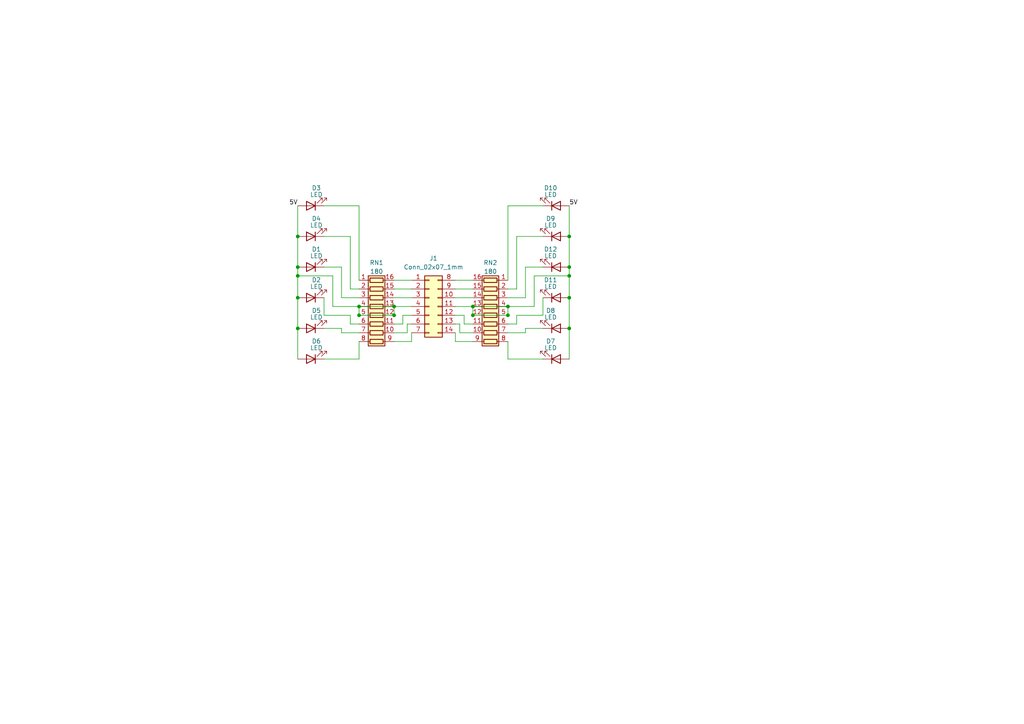
<source format=kicad_sch>
(kicad_sch (version 20230121) (generator eeschema)
  (paper "A4")
  (lib_symbols
    (symbol "Connector_Generic:Conn_02x07_Top_Bottom" (pin_names (offset 1.016) hide)
      (property "Reference" "J" (at 1.27 10.16 0))
      (property "Value" "Conn_02x07_Top_Bottom" (at 1.27 -10.16 0))
      (symbol "Conn_02x07_Top_Bottom_1_1"
        (rectangle (start -1.27 -7.493) (end 0 -7.747) (stroke (width 0.1524)))
        (rectangle (start -1.27 -4.953) (end 0 -5.207) (stroke (width 0.1524)))
        (rectangle (start -1.27 -2.413) (end 0 -2.667) (stroke (width 0.1524)))
        (rectangle (start -1.27 0.127) (end 0 -0.127) (stroke (width 0.1524)))
        (rectangle (start -1.27 2.667) (end 0 2.413) (stroke (width 0.1524)))
        (rectangle (start -1.27 5.207) (end 0 4.953) (stroke (width 0.1524)))
        (rectangle (start -1.27 7.747) (end 0 7.493) (stroke (width 0.1524)))
        (rectangle (start -1.27 8.89) (end 3.81 -8.89) (stroke (width 0.254)) (fill (type background)))
        (rectangle (start 3.81 -7.493) (end 2.54 -7.747) (stroke (width 0.1524)))
        (rectangle (start 3.81 -4.953) (end 2.54 -5.207) (stroke (width 0.1524)))
        (rectangle (start 3.81 -2.413) (end 2.54 -2.667) (stroke (width 0.1524)))
        (rectangle (start 3.81 0.127) (end 2.54 -0.127) (stroke (width 0.1524)))
        (rectangle (start 3.81 2.667) (end 2.54 2.413) (stroke (width 0.1524)))
        (rectangle (start 3.81 5.207) (end 2.54 4.953) (stroke (width 0.1524)))
        (rectangle (start 3.81 7.747) (end 2.54 7.493) (stroke (width 0.1524)))
        (pin passive line (at -5.08 7.62 0) (length 3.81) (name "Pin_1") (number "1"))
        (pin passive line (at 7.62 2.54 180) (length 3.81) (name "Pin_10") (number "10"))
        (pin passive line (at 7.62 0 180) (length 3.81) (name "Pin_11") (number "11"))
        (pin passive line (at 7.62 -2.54 180) (length 3.81) (name "Pin_12") (number "12"))
        (pin passive line (at 7.62 -5.08 180) (length 3.81) (name "Pin_13") (number "13"))
        (pin passive line (at 7.62 -7.62 180) (length 3.81) (name "Pin_14") (number "14"))
        (pin passive line (at -5.08 5.08 0) (length 3.81) (name "Pin_2") (number "2"))
        (pin passive line (at -5.08 2.54 0) (length 3.81) (name "Pin_3") (number "3"))
        (pin passive line (at -5.08 0 0) (length 3.81) (name "Pin_4") (number "4"))
        (pin passive line (at -5.08 -2.54 0) (length 3.81) (name "Pin_5") (number "5"))
        (pin passive line (at -5.08 -5.08 0) (length 3.81) (name "Pin_6") (number "6"))
        (pin passive line (at -5.08 -7.62 0) (length 3.81) (name "Pin_7") (number "7"))
        (pin passive line (at 7.62 7.62 180) (length 3.81) (name "Pin_8") (number "8"))
        (pin passive line (at 7.62 5.08 180) (length 3.81) (name "Pin_9") (number "9"))
      )
    )
    (symbol "Device:LED" (pin_numbers hide) (pin_names (offset 1.016) hide)
      (property "Reference" "D" (at 0 2.54 0))
      (property "Value" "LED" (at 0 -2.54 0))
      (symbol "LED_0_1"
        (polyline (pts (xy -1.27 -1.27) (xy -1.27 1.27)) (stroke (width 0.254)))
        (polyline (pts (xy -1.27 0) (xy 1.27 0)))
        (polyline (pts (xy 1.27 -1.27) (xy 1.27 1.27) (xy -1.27 0) (xy 1.27 -1.27)) (stroke (width 0.254)))
        (polyline (pts (xy -3.048 -0.762) (xy -4.572 -2.286) (xy -3.81 -2.286) (xy -4.572 -2.286) (xy -4.572 -1.524)))
        (polyline (pts (xy -1.778 -0.762) (xy -3.302 -2.286) (xy -2.54 -2.286) (xy -3.302 -2.286) (xy -3.302 -1.524)))
      )
      (symbol "LED_1_1"
        (pin passive line (at -3.81 0 0) (length 2.54) (name "K") (number "1"))
        (pin passive line (at 3.81 0 180) (length 2.54) (name "A") (number "2"))
      )
    )
    (symbol "Device:R_Pack08" (pin_names (offset 0) hide)
      (property "Reference" "RN" (at -12.7 0 90))
      (property "Value" "R_Pack08" (at 10.16 0 90))
      (symbol "R_Pack08_0_1"
        (rectangle (start -11.43 -2.413) (end 8.89 2.413) (stroke (width 0.254)) (fill (type background)))
        (rectangle (start -10.795 1.905) (end -9.525 -1.905) (stroke (width 0.254)))
        (rectangle (start -8.255 1.905) (end -6.985 -1.905) (stroke (width 0.254)))
        (rectangle (start -5.715 1.905) (end -4.445 -1.905) (stroke (width 0.254)))
        (rectangle (start -3.175 1.905) (end -1.905 -1.905) (stroke (width 0.254)))
        (rectangle (start -0.635 1.905) (end 0.635 -1.905) (stroke (width 0.254)))
        (polyline (pts (xy -10.16 -2.54) (xy -10.16 -1.905)))
        (polyline (pts (xy -10.16 1.905) (xy -10.16 2.54)))
        (polyline (pts (xy -7.62 -2.54) (xy -7.62 -1.905)))
        (polyline (pts (xy -7.62 1.905) (xy -7.62 2.54)))
        (polyline (pts (xy -5.08 -2.54) (xy -5.08 -1.905)))
        (polyline (pts (xy -5.08 1.905) (xy -5.08 2.54)))
        (polyline (pts (xy -2.54 -2.54) (xy -2.54 -1.905)))
        (polyline (pts (xy -2.54 1.905) (xy -2.54 2.54)))
        (polyline (pts (xy 0 -2.54) (xy 0 -1.905)))
        (polyline (pts (xy 0 1.905) (xy 0 2.54)))
        (polyline (pts (xy 2.54 -2.54) (xy 2.54 -1.905)))
        (polyline (pts (xy 2.54 1.905) (xy 2.54 2.54)))
        (polyline (pts (xy 5.08 -2.54) (xy 5.08 -1.905)))
        (polyline (pts (xy 5.08 1.905) (xy 5.08 2.54)))
        (polyline (pts (xy 7.62 -2.54) (xy 7.62 -1.905)))
        (polyline (pts (xy 7.62 1.905) (xy 7.62 2.54)))
        (rectangle (start 1.905 1.905) (end 3.175 -1.905) (stroke (width 0.254)))
        (rectangle (start 4.445 1.905) (end 5.715 -1.905) (stroke (width 0.254)))
        (rectangle (start 6.985 1.905) (end 8.255 -1.905) (stroke (width 0.254)))
      )
      (symbol "R_Pack08_1_1"
        (pin passive line (at -10.16 -5.08 90) (length 2.54) (name "R1.1") (number "1"))
        (pin passive line (at 5.08 5.08 270) (length 2.54) (name "R7.2") (number "10"))
        (pin passive line (at 2.54 5.08 270) (length 2.54) (name "R6.2") (number "11"))
        (pin passive line (at 0 5.08 270) (length 2.54) (name "R5.2") (number "12"))
        (pin passive line (at -2.54 5.08 270) (length 2.54) (name "R4.2") (number "13"))
        (pin passive line (at -5.08 5.08 270) (length 2.54) (name "R3.2") (number "14"))
        (pin passive line (at -7.62 5.08 270) (length 2.54) (name "R2.2") (number "15"))
        (pin passive line (at -10.16 5.08 270) (length 2.54) (name "R1.2") (number "16"))
        (pin passive line (at -7.62 -5.08 90) (length 2.54) (name "R2.1") (number "2"))
        (pin passive line (at -5.08 -5.08 90) (length 2.54) (name "R3.1") (number "3"))
        (pin passive line (at -2.54 -5.08 90) (length 2.54) (name "R4.1") (number "4"))
        (pin passive line (at 0 -5.08 90) (length 2.54) (name "R5.1") (number "5"))
        (pin passive line (at 2.54 -5.08 90) (length 2.54) (name "R6.1") (number "6"))
        (pin passive line (at 5.08 -5.08 90) (length 2.54) (name "R7.1") (number "7"))
        (pin passive line (at 7.62 -5.08 90) (length 2.54) (name "R8.1") (number "8"))
        (pin passive line (at 7.62 5.08 270) (length 2.54) (name "R8.2") (number "9"))
      )
    )
  )
  (junction (at 114.3 91.44))
  (junction (at 137.16 91.44))
  (junction (at 104.14 88.9))
  (junction (at 165.1 86.36))
  (junction (at 147.32 91.44))
  (junction (at 86.36 68.58))
  (junction (at 86.36 86.36))
  (junction (at 137.16 88.9))
  (junction (at 114.3 88.9))
  (junction (at 86.36 77.47))
  (junction (at 86.36 95.25))
  (junction (at 104.14 91.44))
  (junction (at 165.1 80.01))
  (junction (at 147.32 88.9))
  (junction (at 165.1 95.25))
  (junction (at 165.1 68.58))
  (junction (at 86.36 80.01))
  (junction (at 165.1 77.47))
  (wire (pts (xy 165.1 80.01) (xy 165.1 86.36)))
  (wire (pts (xy 147.32 59.69) (xy 147.32 81.28)))
  (wire (pts (xy 134.62 93.98) (xy 137.16 93.98)))
  (wire (pts (xy 99.06 96.52) (xy 104.14 96.52)))
  (wire (pts (xy 116.84 93.98) (xy 114.3 93.98)))
  (wire (pts (xy 93.98 95.25) (xy 99.06 95.25)))
  (wire (pts (xy 104.14 86.36) (xy 99.06 86.36)))
  (wire (pts (xy 165.1 95.25) (xy 165.1 104.14)))
  (wire (pts (xy 101.6 68.58) (xy 101.6 83.82)))
  (wire (pts (xy 165.1 77.47) (xy 165.1 80.01)))
  (wire (pts (xy 134.62 91.44) (xy 132.08 91.44)))
  (wire (pts (xy 93.98 77.47) (xy 99.06 77.47)))
  (wire (pts (xy 116.84 91.44) (xy 119.38 91.44)))
  (wire (pts (xy 147.32 86.36) (xy 152.4 86.36)))
  (wire (pts (xy 154.94 80.01) (xy 154.94 88.9)))
  (wire (pts (xy 157.48 91.44) (xy 149.86 91.44)))
  (wire (pts (xy 157.48 95.25) (xy 152.4 95.25)))
  (wire (pts (xy 93.98 68.58) (xy 101.6 68.58)))
  (wire (pts (xy 165.1 86.36) (xy 165.1 95.25)))
  (wire (pts (xy 137.16 88.9) (xy 132.08 88.9)))
  (wire (pts (xy 114.3 81.28) (xy 119.38 81.28)))
  (wire (pts (xy 132.08 96.52) (xy 132.08 99.06)))
  (wire (pts (xy 116.84 91.44) (xy 116.84 93.98)))
  (wire (pts (xy 101.6 83.82) (xy 104.14 83.82)))
  (wire (pts (xy 86.36 68.58) (xy 86.36 77.47)))
  (wire (pts (xy 114.3 86.36) (xy 119.38 86.36)))
  (wire (pts (xy 137.16 88.9) (xy 147.32 88.9)))
  (wire (pts (xy 101.6 93.98) (xy 104.14 93.98)))
  (wire (pts (xy 133.35 93.98) (xy 132.08 93.98)))
  (wire (pts (xy 149.86 68.58) (xy 149.86 83.82)))
  (wire (pts (xy 149.86 91.44) (xy 149.86 93.98)))
  (wire (pts (xy 165.1 80.01) (xy 154.94 80.01)))
  (wire (pts (xy 154.94 88.9) (xy 147.32 88.9)))
  (wire (pts (xy 86.36 80.01) (xy 86.36 86.36)))
  (wire (pts (xy 96.52 88.9) (xy 104.14 88.9)))
  (wire (pts (xy 99.06 95.25) (xy 99.06 96.52)))
  (wire (pts (xy 147.32 99.06) (xy 147.32 104.14)))
  (wire (pts (xy 101.6 91.44) (xy 101.6 93.98)))
  (wire (pts (xy 114.3 83.82) (xy 119.38 83.82)))
  (wire (pts (xy 165.1 68.58) (xy 165.1 77.47)))
  (wire (pts (xy 93.98 59.69) (xy 104.14 59.69)))
  (wire (pts (xy 86.36 80.01) (xy 96.52 80.01)))
  (wire (pts (xy 114.3 88.9) (xy 119.38 88.9)))
  (wire (pts (xy 137.16 91.44) (xy 147.32 91.44)))
  (wire (pts (xy 86.36 86.36) (xy 86.36 95.25)))
  (wire (pts (xy 137.16 83.82) (xy 132.08 83.82)))
  (wire (pts (xy 133.35 93.98) (xy 133.35 96.52)))
  (wire (pts (xy 157.48 86.36) (xy 157.48 91.44)))
  (wire (pts (xy 147.32 88.9) (xy 147.32 91.44)))
  (wire (pts (xy 104.14 91.44) (xy 114.3 91.44)))
  (wire (pts (xy 86.36 59.69) (xy 86.36 68.58)))
  (wire (pts (xy 157.48 77.47) (xy 152.4 77.47)))
  (wire (pts (xy 152.4 86.36) (xy 152.4 77.47)))
  (wire (pts (xy 104.14 104.14) (xy 104.14 99.06)))
  (wire (pts (xy 114.3 88.9) (xy 114.3 91.44)))
  (wire (pts (xy 104.14 88.9) (xy 104.14 91.44)))
  (wire (pts (xy 134.62 91.44) (xy 134.62 93.98)))
  (wire (pts (xy 86.36 95.25) (xy 86.36 104.14)))
  (wire (pts (xy 86.36 77.47) (xy 86.36 80.01)))
  (wire (pts (xy 118.11 93.98) (xy 119.38 93.98)))
  (wire (pts (xy 104.14 59.69) (xy 104.14 81.28)))
  (wire (pts (xy 93.98 104.14) (xy 104.14 104.14)))
  (wire (pts (xy 93.98 86.36) (xy 93.98 91.44)))
  (wire (pts (xy 157.48 59.69) (xy 147.32 59.69)))
  (wire (pts (xy 96.52 80.01) (xy 96.52 88.9)))
  (wire (pts (xy 157.48 104.14) (xy 147.32 104.14)))
  (wire (pts (xy 152.4 96.52) (xy 147.32 96.52)))
  (wire (pts (xy 152.4 95.25) (xy 152.4 96.52)))
  (wire (pts (xy 165.1 59.69) (xy 165.1 68.58)))
  (wire (pts (xy 149.86 93.98) (xy 147.32 93.98)))
  (wire (pts (xy 137.16 88.9) (xy 137.16 91.44)))
  (wire (pts (xy 93.98 91.44) (xy 101.6 91.44)))
  (wire (pts (xy 104.14 88.9) (xy 114.3 88.9)))
  (wire (pts (xy 149.86 83.82) (xy 147.32 83.82)))
  (wire (pts (xy 133.35 96.52) (xy 137.16 96.52)))
  (wire (pts (xy 99.06 86.36) (xy 99.06 77.47)))
  (wire (pts (xy 137.16 81.28) (xy 132.08 81.28)))
  (wire (pts (xy 157.48 68.58) (xy 149.86 68.58)))
  (wire (pts (xy 118.11 93.98) (xy 118.11 96.52)))
  (wire (pts (xy 132.08 99.06) (xy 137.16 99.06)))
  (wire (pts (xy 119.38 96.52) (xy 119.38 99.06)))
  (wire (pts (xy 119.38 99.06) (xy 114.3 99.06)))
  (wire (pts (xy 137.16 86.36) (xy 132.08 86.36)))
  (wire (pts (xy 118.11 96.52) (xy 114.3 96.52)))
  (label "5V" (at 165.1 59.69 0))
  (label "5V" (at 86.36 59.69 180))
  (symbol (lib_id "Device:R_Pack08") (at 109.22 91.44 270) (unit 1)
    (property "Reference" "RN1" (at 109.22 76.2 90))
    (property "Value" "180" (at 109.22 78.74 90))
    (property "Footprint" "Resistor_SMD:R_Array_Convex_8x0602" (effects hide))
    (property "Manufacturer" "Panasonic Electronic Components" (effects hide))
    (property "Part" "EXB-2HV181JV" (effects hide))
  )
  (symbol (lib_id "Device:LED") (at 161.29 68.58 0) (mirror x) (unit 1)
    (property "Reference" "D9" (at 159.7025 63.4111 0))
    (property "Value" "LED" (at 159.7025 65.3321 0))
    (property "Footprint" "Custom:LED_APG0603SEC-E-TT_KNB" (effects hide))
    (property "Datasheet" "https://www.mouser.com/datasheet/2/216/APG0603SEC_E_TT-953258.pdf" (effects hide))
    (property "Manufacturer" "Kingbright " (effects hide))
    (property "Part" "APG0603SEC-E-TT " (effects hide))
  )
  (symbol (lib_id "Device:LED") (at 161.29 77.47 0) (mirror x) (unit 1)
    (property "Reference" "D12" (at 159.7025 72.3011 0))
    (property "Value" "LED" (at 159.7025 74.2221 0))
    (property "Footprint" "Custom:LED_APG0603SEC-E-TT_KNB" (effects hide))
    (property "Datasheet" "https://www.mouser.com/datasheet/2/216/APG0603SEC_E_TT-953258.pdf" (effects hide))
    (property "Manufacturer" "Kingbright " (effects hide))
    (property "Part" "APG0603SEC-E-TT " (effects hide))
  )
  (symbol (lib_id "Connector_Generic:Conn_02x07_Top_Bottom") (at 124.46 88.9 0) (unit 1)
    (property "Reference" "J1" (at 125.73 74.93 0))
    (property "Value" "Conn_02x07_1mm" (at 125.73 77.47 0))
    (property "Footprint" "Custom:2x7 1 mm pitch header" (effects hide))
    (property "Datasheet" "https://gct.co/files/drawings/bc050.pdf?v=a41ffce7-6a2d-46ba-aec0-27493b347e80" (effects hide))
    (property "Manufacturer" "GCT" (effects hide))
    (property "Part" "BC050-14A-K0-0200-0160-0480-LB" (effects hide))
  )
  (symbol (lib_id "Device:LED") (at 90.17 59.69 180) (unit 1)
    (property "Reference" "D3" (at 91.7575 54.5211 0))
    (property "Value" "LED" (at 91.7575 56.4421 0))
    (property "Footprint" "Custom:LED_APG0603SEC-E-TT_KNB" (effects hide))
    (property "Datasheet" "https://www.mouser.com/datasheet/2/216/APG0603SEC_E_TT-953258.pdf" (effects hide))
    (property "Manufacturer" "Kingbright " (effects hide))
    (property "Part" "APG0603SEC-E-TT " (effects hide))
  )
  (symbol (lib_id "Device:LED") (at 90.17 86.36 180) (unit 1)
    (property "Reference" "D2" (at 91.7575 81.1911 0))
    (property "Value" "LED" (at 91.7575 83.1121 0))
    (property "Footprint" "Custom:LED_APG0603SEC-E-TT_KNB" (effects hide))
    (property "Datasheet" "https://www.mouser.com/datasheet/2/216/APG0603SEC_E_TT-953258.pdf" (effects hide))
    (property "Manufacturer" "Kingbright " (effects hide))
    (property "Part" "APG0603SEC-E-TT " (effects hide))
  )
  (symbol (lib_id "Device:LED") (at 90.17 95.25 180) (unit 1)
    (property "Reference" "D5" (at 91.7575 90.0811 0))
    (property "Value" "LED" (at 91.7575 92.0021 0))
    (property "Footprint" "Custom:LED_APG0603SEC-E-TT_KNB" (effects hide))
    (property "Datasheet" "https://www.mouser.com/datasheet/2/216/APG0603SEC_E_TT-953258.pdf" (effects hide))
    (property "Manufacturer" "Kingbright " (effects hide))
    (property "Part" "APG0603SEC-E-TT " (effects hide))
  )
  (symbol (lib_id "Device:LED") (at 161.29 59.69 0) (mirror x) (unit 1)
    (property "Reference" "D10" (at 159.7025 54.5211 0))
    (property "Value" "LED" (at 159.7025 56.4421 0))
    (property "Footprint" "Custom:LED_APG0603SEC-E-TT_KNB" (effects hide))
    (property "Datasheet" "https://www.mouser.com/datasheet/2/216/APG0603SEC_E_TT-953258.pdf" (effects hide))
    (property "Manufacturer" "Kingbright " (effects hide))
    (property "Part" "APG0603SEC-E-TT " (effects hide))
  )
  (symbol (lib_id "Device:LED") (at 90.17 104.14 180) (unit 1)
    (property "Reference" "D6" (at 91.7575 98.9711 0))
    (property "Value" "LED" (at 91.7575 100.8921 0))
    (property "Footprint" "Custom:LED_APG0603SEC-E-TT_KNB" (effects hide))
    (property "Datasheet" "https://www.mouser.com/datasheet/2/216/APG0603SEC_E_TT-953258.pdf" (effects hide))
    (property "Manufacturer" "Kingbright " (effects hide))
    (property "Part" "APG0603SEC-E-TT " (effects hide))
  )
  (symbol (lib_id "Device:LED") (at 161.29 104.14 0) (mirror x) (unit 1)
    (property "Reference" "D7" (at 159.7025 98.9711 0))
    (property "Value" "LED" (at 159.7025 100.8921 0))
    (property "Footprint" "Custom:LED_APG0603SEC-E-TT_KNB" (effects hide))
    (property "Datasheet" "https://www.mouser.com/datasheet/2/216/APG0603SEC_E_TT-953258.pdf" (effects hide))
    (property "Manufacturer" "Kingbright " (effects hide))
    (property "Part" "APG0603SEC-E-TT " (effects hide))
  )
  (symbol (lib_id "Device:LED") (at 90.17 77.47 180) (unit 1)
    (property "Reference" "D1" (at 91.7575 72.3011 0))
    (property "Value" "LED" (at 91.7575 74.2221 0))
    (property "Footprint" "Custom:LED_APG0603SEC-E-TT_KNB" (effects hide))
    (property "Datasheet" "https://www.mouser.com/datasheet/2/216/APG0603SEC_E_TT-953258.pdf" (effects hide))
    (property "Manufacturer" "Kingbright " (effects hide))
    (property "Part" "APG0603SEC-E-TT " (effects hide))
  )
  (symbol (lib_id "Device:LED") (at 161.29 86.36 0) (mirror x) (unit 1)
    (property "Reference" "D11" (at 159.7025 81.1911 0))
    (property "Value" "LED" (at 159.7025 83.1121 0))
    (property "Footprint" "Custom:LED_APG0603SEC-E-TT_KNB" (effects hide))
    (property "Datasheet" "https://www.mouser.com/datasheet/2/216/APG0603SEC_E_TT-953258.pdf" (effects hide))
    (property "Manufacturer" "Kingbright " (effects hide))
    (property "Part" "APG0603SEC-E-TT " (effects hide))
  )
  (symbol (lib_id "Device:LED") (at 161.29 95.25 0) (mirror x) (unit 1)
    (property "Reference" "D8" (at 159.7025 90.0811 0))
    (property "Value" "LED" (at 159.7025 92.0021 0))
    (property "Footprint" "Custom:LED_APG0603SEC-E-TT_KNB" (effects hide))
    (property "Datasheet" "https://www.mouser.com/datasheet/2/216/APG0603SEC_E_TT-953258.pdf" (effects hide))
    (property "Manufacturer" "Kingbright " (effects hide))
    (property "Part" "APG0603SEC-E-TT " (effects hide))
  )
  (symbol (lib_id "Device:LED") (at 90.17 68.58 180) (unit 1)
    (property "Reference" "D4" (at 91.7575 63.4111 0))
    (property "Value" "LED" (at 91.7575 65.3321 0))
    (property "Footprint" "Custom:LED_APG0603SEC-E-TT_KNB" (effects hide))
    (property "Datasheet" "https://www.mouser.com/datasheet/2/216/APG0603SEC_E_TT-953258.pdf" (effects hide))
    (property "Manufacturer" "Kingbright " (effects hide))
    (property "Part" "APG0603SEC-E-TT " (effects hide))
  )
  (symbol (lib_id "Device:R_Pack08") (at 142.24 91.44 90) (mirror x) (unit 1)
    (property "Reference" "RN2" (at 142.24 76.2 90))
    (property "Value" "180" (at 142.24 78.74 90))
    (property "Footprint" "Resistor_SMD:R_Array_Convex_8x0602" (effects hide))
    (property "Manufacturer" "Panasonic Electronic Components" (effects hide))
    (property "Part" "EXB-2HV181JV" (effects hide))
  )
)
</source>
